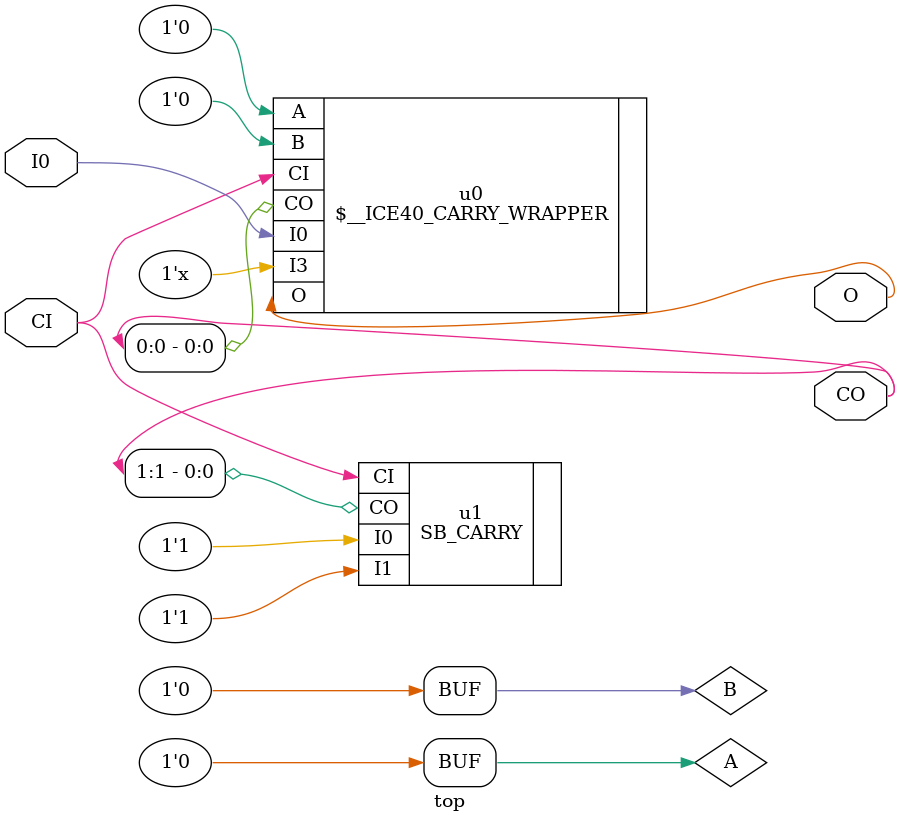
<source format=v>
module top(input CI, I0, output [1:0] CO, output O);
    wire A = 1'b0, B = 1'b0;
	\$__ICE40_CARRY_WRAPPER #(
		//    A[0]: 1010 1010 1010 1010
		//    A[1]: 1100 1100 1100 1100
		//    A[2]: 1111 0000 1111 0000
		//    A[3]: 1111 1111 0000 0000
		.LUT(~16'b 0110_1001_1001_0110),
		.I3_IS_CI(1'b1)
	) u0 (
		.A(A),
		.B(B),
		.CI(CI),
		.I0(I0),
		.I3(1'bx),
		.CO(CO[0]),
		.O(O)
	);
    SB_CARRY u1 (.I0(~A), .I1(~B), .CI(CI), .CO(CO[1]));
endmodule

</source>
